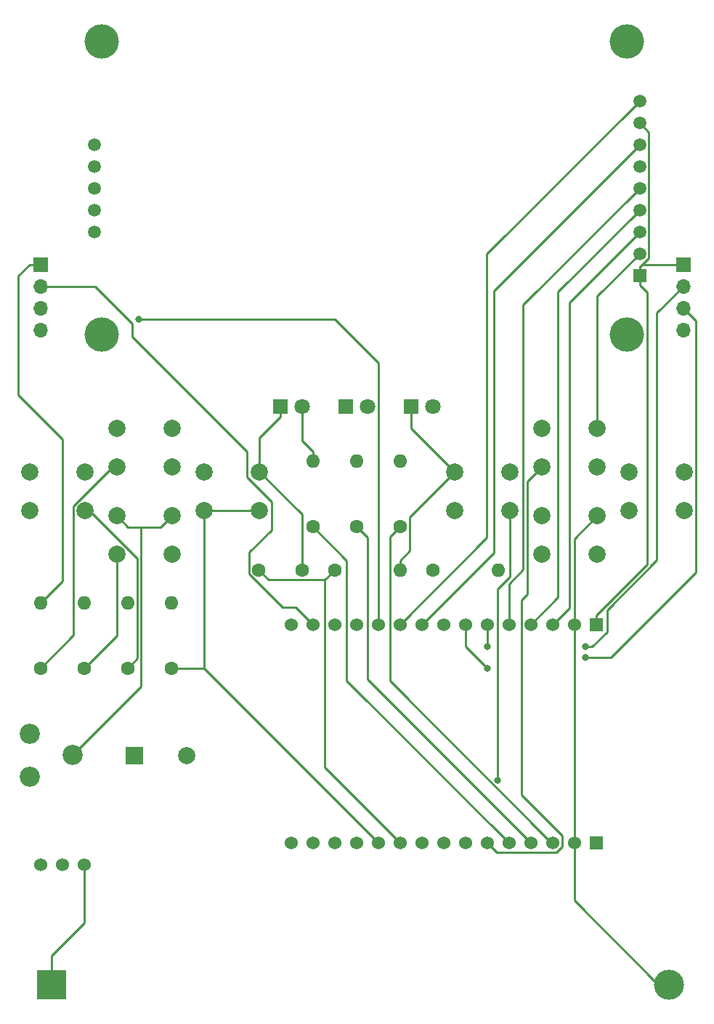
<source format=gbr>
G04 #@! TF.GenerationSoftware,KiCad,Pcbnew,5.1.4-e60b266~84~ubuntu19.04.1*
G04 #@! TF.CreationDate,2019-11-15T10:56:37-05:00*
G04 #@! TF.ProjectId,Esp32Badge-v1,45737033-3242-4616-9467-652d76312e6b,1*
G04 #@! TF.SameCoordinates,Original*
G04 #@! TF.FileFunction,Copper,L1,Top*
G04 #@! TF.FilePolarity,Positive*
%FSLAX46Y46*%
G04 Gerber Fmt 4.6, Leading zero omitted, Abs format (unit mm)*
G04 Created by KiCad (PCBNEW 5.1.4-e60b266~84~ubuntu19.04.1) date 2019-11-15 10:56:37*
%MOMM*%
%LPD*%
G04 APERTURE LIST*
%ADD10C,2.000000*%
%ADD11R,2.000000X2.000000*%
%ADD12R,1.524000X1.524000*%
%ADD13C,1.524000*%
%ADD14O,1.700000X1.700000*%
%ADD15R,1.700000X1.700000*%
%ADD16R,3.500000X3.500000*%
%ADD17C,3.500000*%
%ADD18C,1.600000*%
%ADD19C,1.800000*%
%ADD20R,1.800000X1.800000*%
%ADD21O,1.600000X1.600000*%
%ADD22C,2.340000*%
%ADD23C,4.000000*%
%ADD24C,1.500000*%
%ADD25R,1.500000X1.500000*%
%ADD26C,0.800000*%
%ADD27C,0.250000*%
G04 APERTURE END LIST*
D10*
X116078000Y-118110000D03*
D11*
X109982000Y-118110000D03*
D12*
X163830000Y-128270000D03*
D13*
X161290000Y-128270000D03*
X158750000Y-128270000D03*
X156210000Y-128270000D03*
X153670000Y-128270000D03*
X151130000Y-128270000D03*
X148590000Y-128270000D03*
X146050000Y-128270000D03*
X143510000Y-128270000D03*
X140970000Y-128270000D03*
X138430000Y-128270000D03*
X135890000Y-128270000D03*
X133350000Y-128270000D03*
X130810000Y-128270000D03*
X128270000Y-102870000D03*
X130810000Y-102870000D03*
X133350000Y-102870000D03*
X135890000Y-102870000D03*
X138430000Y-102870000D03*
X140970000Y-102870000D03*
X143510000Y-102870000D03*
X146050000Y-102870000D03*
X148590000Y-102870000D03*
X151130000Y-102870000D03*
X153670000Y-102870000D03*
X156210000Y-102870000D03*
X158750000Y-102870000D03*
X161290000Y-102870000D03*
D12*
X163830000Y-102870000D03*
D13*
X128270000Y-128270000D03*
D14*
X173990000Y-68580000D03*
X173990000Y-66040000D03*
X173990000Y-63500000D03*
D15*
X173990000Y-60960000D03*
D14*
X99060000Y-68580000D03*
X99060000Y-66040000D03*
X99060000Y-63500000D03*
D15*
X99060000Y-60960000D03*
D16*
X100330000Y-144780000D03*
D17*
X172330000Y-144780000D03*
D18*
X129540000Y-96520000D03*
X124540000Y-96520000D03*
D19*
X144780000Y-77470000D03*
D20*
X142240000Y-77470000D03*
D19*
X137160000Y-77470000D03*
D20*
X134620000Y-77470000D03*
D19*
X129540000Y-77470000D03*
D20*
X127000000Y-77470000D03*
D21*
X140970000Y-83820000D03*
D18*
X140970000Y-91440000D03*
D21*
X135890000Y-83820000D03*
D18*
X135890000Y-91440000D03*
D21*
X130810000Y-83820000D03*
D18*
X130810000Y-91440000D03*
D21*
X152400000Y-96520000D03*
D18*
X144780000Y-96520000D03*
D21*
X140970000Y-96520000D03*
D18*
X133350000Y-96520000D03*
D21*
X99060000Y-100330000D03*
D18*
X99060000Y-107950000D03*
D21*
X104140000Y-100330000D03*
D18*
X104140000Y-107950000D03*
D21*
X109220000Y-100330000D03*
D18*
X109220000Y-107950000D03*
D21*
X114300000Y-100330000D03*
D18*
X114300000Y-107950000D03*
D22*
X97790000Y-115570000D03*
X102790000Y-118070000D03*
X97790000Y-120570000D03*
D13*
X99060000Y-130810000D03*
X104140000Y-130810000D03*
X101600000Y-130810000D03*
D10*
X114450000Y-80010000D03*
X114450000Y-84510000D03*
X107950000Y-80010000D03*
X107950000Y-84510000D03*
X114450000Y-90170000D03*
X114450000Y-94670000D03*
X107950000Y-90170000D03*
X107950000Y-94670000D03*
X104290000Y-85090000D03*
X104290000Y-89590000D03*
X97790000Y-85090000D03*
X97790000Y-89590000D03*
X124610000Y-85090000D03*
X124610000Y-89590000D03*
X118110000Y-85090000D03*
X118110000Y-89590000D03*
X163980000Y-90170000D03*
X163980000Y-94670000D03*
X157480000Y-90170000D03*
X157480000Y-94670000D03*
X174140000Y-85090000D03*
X174140000Y-89590000D03*
X167640000Y-85090000D03*
X167640000Y-89590000D03*
X153820000Y-85090000D03*
X153820000Y-89590000D03*
X147320000Y-85090000D03*
X147320000Y-89590000D03*
X163980000Y-80010000D03*
X163980000Y-84510000D03*
X157480000Y-80010000D03*
X157480000Y-84510000D03*
D23*
X167410000Y-35020000D03*
X106210000Y-35020000D03*
X106210000Y-69120000D03*
X167410000Y-69120000D03*
D24*
X105390000Y-46990000D03*
X105390000Y-49530000D03*
X105390000Y-52070000D03*
X105390000Y-54610000D03*
X105390000Y-57150000D03*
X168910000Y-41910000D03*
X168910000Y-44450000D03*
X168910000Y-46990000D03*
X168910000Y-49530000D03*
X168910000Y-52070000D03*
X168910000Y-54610000D03*
X168910000Y-57150000D03*
X168910000Y-59690000D03*
D25*
X168910000Y-62230000D03*
D26*
X152393000Y-120976000D03*
X110490000Y-67310000D03*
X162560000Y-106680000D03*
X151130000Y-107950000D03*
X151130000Y-105410000D03*
X162560000Y-105410000D03*
D27*
X124610000Y-85090000D02*
X129540000Y-90020000D01*
X129540000Y-90020000D02*
X129540000Y-96520000D01*
X127000000Y-77470000D02*
X127000000Y-78695300D01*
X127000000Y-78695300D02*
X124610000Y-81085300D01*
X124610000Y-81085300D02*
X124610000Y-85090000D01*
X110817000Y-91515000D02*
X109295000Y-91515000D01*
X109295000Y-91515000D02*
X107950000Y-90170000D01*
X114450000Y-90170000D02*
X113105000Y-91515000D01*
X113105000Y-91515000D02*
X110817000Y-91515000D01*
X163980000Y-90170000D02*
X161290000Y-92860000D01*
X161290000Y-92860000D02*
X161290000Y-102870000D01*
X102790000Y-118070000D02*
X110817000Y-110043000D01*
X110817000Y-110043000D02*
X110817000Y-91515000D01*
X161290000Y-102870000D02*
X161290000Y-128270000D01*
X161290000Y-128270000D02*
X161290000Y-135010000D01*
X161290000Y-135010000D02*
X171060000Y-144780000D01*
X140970000Y-96520000D02*
X140970000Y-95394700D01*
X140970000Y-95394700D02*
X142095000Y-94269400D01*
X142095000Y-94269400D02*
X142095000Y-90314700D01*
X142095000Y-90314700D02*
X147320000Y-85090000D01*
X147320000Y-85090000D02*
X142240000Y-80010000D01*
X142240000Y-80010000D02*
X142240000Y-77470000D01*
X168910000Y-59690000D02*
X163980000Y-64620000D01*
X163980000Y-64620000D02*
X163980000Y-80010000D01*
X104140000Y-130810000D02*
X104140000Y-137625000D01*
X104140000Y-137625000D02*
X100330000Y-141435000D01*
X100330000Y-141435000D02*
X100330000Y-144780000D01*
X132207000Y-97662800D02*
X125683000Y-97662800D01*
X125683000Y-97662800D02*
X124540000Y-96520000D01*
X133350000Y-96520000D02*
X132207000Y-97662800D01*
X140970000Y-128270000D02*
X132207000Y-119507000D01*
X132207000Y-119507000D02*
X132207000Y-97662800D01*
X130810000Y-83820000D02*
X130810000Y-82694700D01*
X130810000Y-82694700D02*
X129540000Y-81424700D01*
X129540000Y-81424700D02*
X129540000Y-77470000D01*
X140970000Y-91440000D02*
X139795000Y-92614600D01*
X139795000Y-92614600D02*
X139795000Y-109405000D01*
X139795000Y-109405000D02*
X158661000Y-128270000D01*
X158661000Y-128270000D02*
X158750000Y-128270000D01*
X156210000Y-128270000D02*
X137160000Y-109220000D01*
X137160000Y-109220000D02*
X137160000Y-92710000D01*
X137160000Y-92710000D02*
X135890000Y-91440000D01*
X153670000Y-128270000D02*
X134765000Y-109365000D01*
X134765000Y-109365000D02*
X134765000Y-95394600D01*
X134765000Y-95394600D02*
X130810000Y-91440000D01*
X168910000Y-44450000D02*
X169985000Y-45525300D01*
X169985000Y-45525300D02*
X169985000Y-60213900D01*
X169985000Y-60213900D02*
X169044000Y-61154700D01*
X169044000Y-61154700D02*
X168910000Y-61154700D01*
X168910000Y-61154700D02*
X168910000Y-62230000D01*
X168910000Y-62230000D02*
X168910000Y-63305300D01*
X168910000Y-63305300D02*
X169782000Y-64177800D01*
X169782000Y-64177800D02*
X169782000Y-95830200D01*
X169782000Y-95830200D02*
X163830000Y-101783000D01*
X163830000Y-101783000D02*
X163830000Y-102870000D01*
X99810300Y-60960000D02*
X99060000Y-60960000D01*
X98309700Y-60351400D02*
X98453800Y-60207300D01*
X101600000Y-97790000D02*
X99060000Y-100330000D01*
X99060000Y-60960000D02*
X97790000Y-60960000D01*
X96464999Y-62285001D02*
X96464999Y-76144999D01*
X97790000Y-60960000D02*
X96464999Y-62285001D01*
X101600000Y-81280000D02*
X101600000Y-97790000D01*
X96464999Y-76144999D02*
X101600000Y-81280000D01*
X169180000Y-60960000D02*
X168910000Y-61230000D01*
X173990000Y-60960000D02*
X169180000Y-60960000D01*
X168910000Y-61230000D02*
X168910000Y-62230000D01*
X99060000Y-107950000D02*
X102901000Y-104109000D01*
X102901000Y-104109000D02*
X102901000Y-89097600D01*
X102901000Y-89097600D02*
X107489000Y-84510000D01*
X107489000Y-84510000D02*
X107950000Y-84510000D01*
X104140000Y-107950000D02*
X107950000Y-104140000D01*
X107950000Y-104140000D02*
X107950000Y-94670000D01*
X109220000Y-107950000D02*
X110366000Y-106804000D01*
X110366000Y-106804000D02*
X110366000Y-95198800D01*
X110366000Y-95198800D02*
X104758000Y-89590000D01*
X104758000Y-89590000D02*
X104290000Y-89590000D01*
X118110000Y-107950000D02*
X114300000Y-107950000D01*
X138430000Y-128270000D02*
X118110000Y-107950000D01*
X118110000Y-89590000D02*
X118110000Y-107950000D01*
X118110000Y-89590000D02*
X124610000Y-89590000D01*
X152393000Y-120976000D02*
X152393000Y-98711400D01*
X152393000Y-98711400D02*
X153820000Y-97284300D01*
X153820000Y-97284300D02*
X153820000Y-89590000D01*
X151130000Y-128270000D02*
X152233000Y-129373000D01*
X152233000Y-129373000D02*
X159189000Y-129373000D01*
X159189000Y-129373000D02*
X159864000Y-128698000D01*
X159864000Y-128698000D02*
X159864000Y-127422000D01*
X159864000Y-127422000D02*
X155113000Y-122670000D01*
X155113000Y-122670000D02*
X155113000Y-99999200D01*
X155113000Y-99999200D02*
X155808000Y-99304000D01*
X155808000Y-99304000D02*
X155808000Y-86182000D01*
X155808000Y-86182000D02*
X157480000Y-84510000D01*
X168910000Y-57150000D02*
X160714000Y-65345600D01*
X160714000Y-65345600D02*
X160714000Y-100906000D01*
X160714000Y-100906000D02*
X158750000Y-102870000D01*
X156210000Y-102870000D02*
X159423000Y-99656600D01*
X159423000Y-99656600D02*
X159423000Y-64096600D01*
X159423000Y-64096600D02*
X168910000Y-54610000D01*
X153670000Y-102870000D02*
X153670000Y-98148000D01*
X153670000Y-98148000D02*
X155330000Y-96488500D01*
X155330000Y-96488500D02*
X155330000Y-65650500D01*
X155330000Y-65650500D02*
X168910000Y-52070000D01*
X168910000Y-46990000D02*
X151901000Y-63998600D01*
X151901000Y-63998600D02*
X151901000Y-94478600D01*
X151901000Y-94478600D02*
X143510000Y-102870000D01*
X168910000Y-41910000D02*
X151099000Y-59721400D01*
X151099000Y-59721400D02*
X151099000Y-92741400D01*
X151099000Y-92741400D02*
X140970000Y-102870000D01*
X138430000Y-85090000D02*
X138430000Y-72390000D01*
X138430000Y-85090000D02*
X138430000Y-102870000D01*
X138430000Y-84608600D02*
X138430000Y-85090000D01*
X138430000Y-72390000D02*
X133350000Y-67310000D01*
X133350000Y-67310000D02*
X110490000Y-67310000D01*
X110490000Y-67310000D02*
X110490000Y-67310000D01*
X123141000Y-82754400D02*
X123141000Y-85707900D01*
X123141000Y-85707900D02*
X125996000Y-88563300D01*
X125996000Y-88563300D02*
X125996000Y-91871300D01*
X125996000Y-91871300D02*
X123412000Y-94455900D01*
X123412000Y-94455900D02*
X123412000Y-96983400D01*
X123412000Y-96983400D02*
X127324000Y-100896000D01*
X127324000Y-100896000D02*
X128836000Y-100896000D01*
X128836000Y-100896000D02*
X130810000Y-102870000D01*
X109764999Y-69378399D02*
X109764999Y-67854999D01*
X123141000Y-82754400D02*
X109764999Y-69378399D01*
X109764999Y-67854999D02*
X105410000Y-63500000D01*
X105410000Y-63500000D02*
X99060000Y-63500000D01*
X148590000Y-105410000D02*
X151130000Y-107950000D01*
X148590000Y-102870000D02*
X148590000Y-105410000D01*
X175465001Y-96816289D02*
X175465001Y-67515001D01*
X162560000Y-106680000D02*
X165601290Y-106680000D01*
X165601290Y-106680000D02*
X175465001Y-96816289D01*
X175465001Y-67515001D02*
X173990000Y-66040000D01*
X151130000Y-102870000D02*
X151130000Y-105410000D01*
X151130000Y-105410000D02*
X151130000Y-105410000D01*
X170918689Y-95339396D02*
X170918689Y-66571311D01*
X165100000Y-101158085D02*
X170918689Y-95339396D01*
X163399002Y-105410000D02*
X165100000Y-103709002D01*
X162560000Y-105410000D02*
X163399002Y-105410000D01*
X165100000Y-103709002D02*
X165100000Y-101158085D01*
X170918689Y-66571311D02*
X173990000Y-63500000D01*
M02*

</source>
